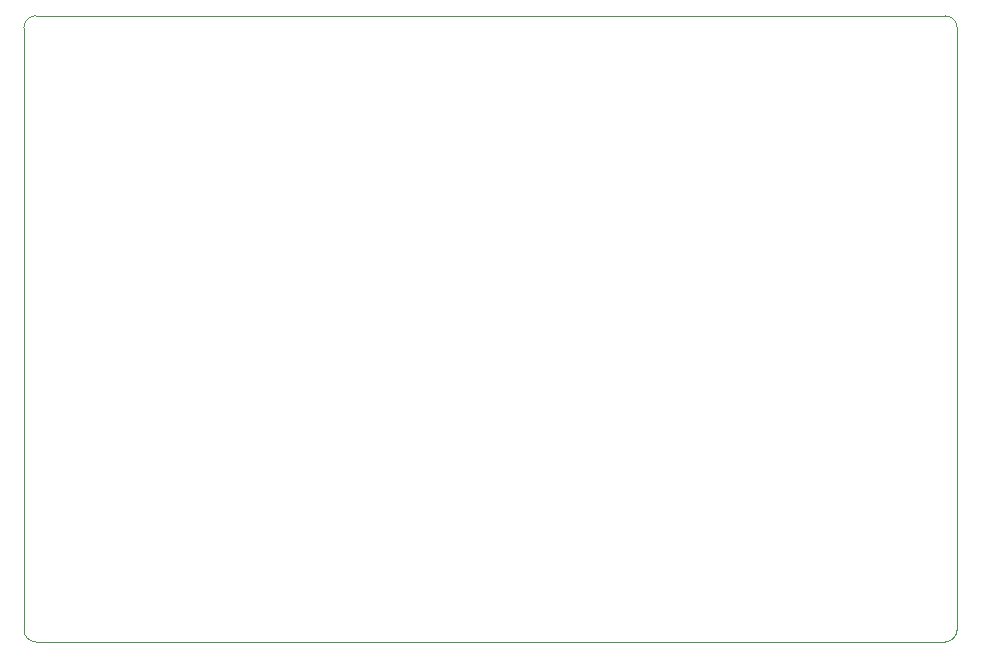
<source format=gbr>
%TF.GenerationSoftware,KiCad,Pcbnew,8.0.8*%
%TF.CreationDate,2025-02-14T20:38:14+05:30*%
%TF.ProjectId,bytepad,62797465-7061-4642-9e6b-696361645f70,8.2*%
%TF.SameCoordinates,Original*%
%TF.FileFunction,Profile,NP*%
%FSLAX46Y46*%
G04 Gerber Fmt 4.6, Leading zero omitted, Abs format (unit mm)*
G04 Created by KiCad (PCBNEW 8.0.8) date 2025-02-14 20:38:14*
%MOMM*%
%LPD*%
G01*
G04 APERTURE LIST*
%TA.AperFunction,Profile*%
%ADD10C,0.100000*%
%TD*%
G04 APERTURE END LIST*
D10*
X49000000Y-92000000D02*
X126000000Y-92000000D01*
X127000000Y-91000000D02*
X127000000Y-40000000D01*
X127000000Y-91000000D02*
G75*
G02*
X126000000Y-92000000I-1000000J0D01*
G01*
X48000000Y-40000000D02*
X48000000Y-91000000D01*
X48000000Y-40000000D02*
G75*
G02*
X49000000Y-39000000I1000000J0D01*
G01*
X126000000Y-39000000D02*
X49000000Y-39000000D01*
X126000000Y-39000000D02*
G75*
G02*
X127000000Y-40000000I0J-1000000D01*
G01*
X49000000Y-92000000D02*
G75*
G02*
X48000000Y-91000000I0J1000000D01*
G01*
M02*

</source>
